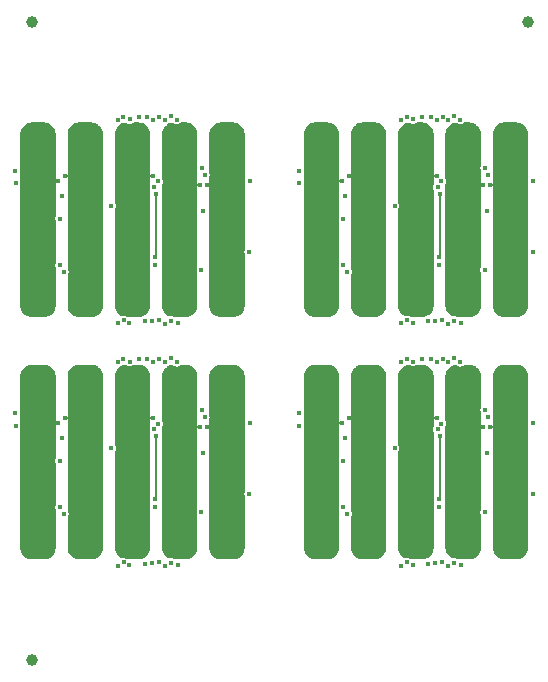
<source format=gbr>
%TF.GenerationSoftware,KiCad,Pcbnew,7.0.2-6a45011f42~172~ubuntu22.04.1*%
%TF.CreationDate,2023-05-19T13:44:39+01:00*%
%TF.ProjectId,panel,70616e65-6c2e-46b6-9963-61645f706362,rev?*%
%TF.SameCoordinates,Original*%
%TF.FileFunction,Copper,L4,Bot*%
%TF.FilePolarity,Positive*%
%FSLAX46Y46*%
G04 Gerber Fmt 4.6, Leading zero omitted, Abs format (unit mm)*
G04 Created by KiCad (PCBNEW 7.0.2-6a45011f42~172~ubuntu22.04.1) date 2023-05-19 13:44:39*
%MOMM*%
%LPD*%
G01*
G04 APERTURE LIST*
%TA.AperFunction,SMDPad,CuDef*%
%ADD10C,1.000000*%
%TD*%
%TA.AperFunction,ViaPad*%
%ADD11C,0.400000*%
%TD*%
%TA.AperFunction,Conductor*%
%ADD12C,0.127000*%
%TD*%
G04 APERTURE END LIST*
D10*
%TO.P,REF\u002A\u002A,*%
%TO.N,*%
X9000000Y-3000000D03*
%TD*%
%TO.P,REF\u002A\u002A,*%
%TO.N,*%
X51000002Y-3000000D03*
%TD*%
%TO.P,REF\u002A\u002A,*%
%TO.N,*%
X9000000Y-57000000D03*
%TD*%
D11*
%TO.N,Board_3-SCLK*%
X43250002Y-31760001D03*
X43130002Y-48840001D03*
%TO.N,Board_3-RESETB*%
X35360003Y-40150000D03*
X41250002Y-31750001D03*
X41227587Y-49009992D03*
%TO.N,Board_3-IN_ref*%
X43510002Y-38040001D03*
X43420002Y-43370001D03*
%TO.N,Board_3-IN5*%
X43350002Y-37480001D03*
X35220002Y-36960001D03*
%TO.N,Board_3-IN4*%
X35810002Y-36500001D03*
X43660002Y-36990001D03*
%TO.N,Board_3-IN3*%
X43260002Y-36560001D03*
%TO.N,Board_3-IN2*%
X47210002Y-37300001D03*
%TO.N,Board_3-IN1*%
X47790002Y-37310001D03*
%TO.N,Board_3-I2C_SDA*%
X31600003Y-37160000D03*
X40259932Y-49020245D03*
X40250002Y-31760001D03*
%TO.N,Board_3-I2C_SCL*%
X40740003Y-48750000D03*
X40739429Y-31510002D03*
%TO.N,Board_3-GND*%
X44750002Y-31430001D03*
X31590003Y-36140000D03*
X47510001Y-39500000D03*
X42020003Y-31520000D03*
X43420002Y-44040001D03*
X51380002Y-42960001D03*
X44750002Y-48784597D03*
X35360003Y-44100000D03*
%TO.N,Board_3-D_RDYB*%
X47341893Y-44488892D03*
X35690002Y-44640001D03*
%TO.N,Board_3-DOUT*%
X45250002Y-31760001D03*
X45340002Y-49000001D03*
%TO.N,Board_3-DIN*%
X44240002Y-49060001D03*
X44250002Y-31760001D03*
%TO.N,Board_3-AUX2*%
X43740002Y-48755223D03*
X43750002Y-31520001D03*
X51420002Y-36970001D03*
%TO.N,Board_3-AUX1*%
X42750002Y-31510001D03*
X42530002Y-48850001D03*
X47620002Y-36460001D03*
%TO.N,Board_3-+3.3V*%
X35500003Y-38230000D03*
X47370002Y-35840001D03*
X39692698Y-39068384D03*
%TO.N,Board_2-SCLK*%
X19130001Y-48840001D03*
X19250001Y-31760001D03*
%TO.N,Board_2-RESETB*%
X17227586Y-49009992D03*
X11360002Y-40150000D03*
X17250001Y-31750001D03*
%TO.N,Board_2-IN_ref*%
X19510001Y-38040001D03*
X19420001Y-43370001D03*
%TO.N,Board_2-IN5*%
X19350001Y-37480001D03*
X11220001Y-36960001D03*
%TO.N,Board_2-IN4*%
X11810001Y-36500001D03*
X19660001Y-36990001D03*
%TO.N,Board_2-IN3*%
X19260001Y-36560001D03*
%TO.N,Board_2-IN2*%
X23210001Y-37300001D03*
%TO.N,Board_2-IN1*%
X23790001Y-37310001D03*
%TO.N,Board_2-I2C_SDA*%
X7600002Y-37160000D03*
X16250001Y-31760001D03*
X16259931Y-49020245D03*
%TO.N,Board_2-I2C_SCL*%
X16739428Y-31510002D03*
X16740002Y-48750000D03*
%TO.N,Board_2-GND*%
X19420001Y-44040001D03*
X23510000Y-39500000D03*
X27380001Y-42960001D03*
X18020002Y-31520000D03*
X11360002Y-44100000D03*
X7590002Y-36140000D03*
X20750001Y-31430001D03*
X20750001Y-48784597D03*
%TO.N,Board_2-D_RDYB*%
X11690001Y-44640001D03*
X23341892Y-44488892D03*
%TO.N,Board_2-DOUT*%
X21340001Y-49000001D03*
X21250001Y-31760001D03*
%TO.N,Board_2-DIN*%
X20250001Y-31760001D03*
X20240001Y-49060001D03*
%TO.N,Board_2-AUX2*%
X19750001Y-31520001D03*
X27420001Y-36970001D03*
X19740001Y-48755223D03*
%TO.N,Board_2-AUX1*%
X18530001Y-48850001D03*
X18750001Y-31510001D03*
X23620001Y-36460001D03*
%TO.N,Board_2-+3.3V*%
X15692697Y-39068384D03*
X11500002Y-38230000D03*
X23370001Y-35840001D03*
%TO.N,Board_1-SCLK*%
X43250002Y-11260000D03*
X43130002Y-28340000D03*
%TO.N,Board_1-RESETB*%
X35360003Y-19649999D03*
X41227587Y-28509991D03*
X41250002Y-11250000D03*
%TO.N,Board_1-IN_ref*%
X43510002Y-17540000D03*
X43420002Y-22870000D03*
%TO.N,Board_1-IN5*%
X35220002Y-16460000D03*
X43350002Y-16980000D03*
%TO.N,Board_1-IN4*%
X35810002Y-16000000D03*
X43660002Y-16490000D03*
%TO.N,Board_1-IN3*%
X43260002Y-16060000D03*
%TO.N,Board_1-IN2*%
X47210002Y-16800000D03*
%TO.N,Board_1-IN1*%
X47790002Y-16810000D03*
%TO.N,Board_1-I2C_SDA*%
X31600003Y-16659999D03*
X40250002Y-11260000D03*
X40259932Y-28520244D03*
%TO.N,Board_1-I2C_SCL*%
X40739429Y-11010001D03*
X40740003Y-28249999D03*
%TO.N,Board_1-GND*%
X31590003Y-15639999D03*
X47510001Y-18999999D03*
X35360003Y-23599999D03*
X44750002Y-28284596D03*
X42020003Y-11019999D03*
X43420002Y-23540000D03*
X44750002Y-10930000D03*
X51380002Y-22460000D03*
%TO.N,Board_1-D_RDYB*%
X47341893Y-23988891D03*
X35690002Y-24140000D03*
%TO.N,Board_1-DOUT*%
X45340002Y-28500000D03*
X45250002Y-11260000D03*
%TO.N,Board_1-DIN*%
X44240002Y-28560000D03*
X44250002Y-11260000D03*
%TO.N,Board_1-AUX2*%
X43750002Y-11020000D03*
X43740002Y-28255222D03*
X51420002Y-16470000D03*
%TO.N,Board_1-AUX1*%
X47620002Y-15960000D03*
X42530002Y-28350000D03*
X42750002Y-11010000D03*
%TO.N,Board_1-+3.3V*%
X39692698Y-18568383D03*
X35500003Y-17729999D03*
X47370002Y-15340000D03*
%TO.N,Board_0-SCLK*%
X19130001Y-28340000D03*
X19250001Y-11260000D03*
%TO.N,Board_0-RESETB*%
X17250001Y-11250000D03*
X17227586Y-28509991D03*
X11360002Y-19649999D03*
%TO.N,Board_0-IN_ref*%
X19420001Y-22870000D03*
X19510001Y-17540000D03*
%TO.N,Board_0-IN5*%
X11220001Y-16460000D03*
X19350001Y-16980000D03*
%TO.N,Board_0-IN4*%
X19660001Y-16490000D03*
X11810001Y-16000000D03*
%TO.N,Board_0-IN3*%
X19260001Y-16060000D03*
%TO.N,Board_0-IN2*%
X23210001Y-16800000D03*
%TO.N,Board_0-IN1*%
X23790001Y-16810000D03*
%TO.N,Board_0-I2C_SDA*%
X16259931Y-28520244D03*
X7600002Y-16659999D03*
X16250001Y-11260000D03*
%TO.N,Board_0-I2C_SCL*%
X16739428Y-11010001D03*
X16740002Y-28249999D03*
%TO.N,Board_0-GND*%
X7590002Y-15639999D03*
X18020002Y-11019999D03*
X20750001Y-28284596D03*
X11360002Y-23599999D03*
X20750001Y-10930000D03*
X23510000Y-18999999D03*
X27380001Y-22460000D03*
X19420001Y-23540000D03*
%TO.N,Board_0-D_RDYB*%
X11690001Y-24140000D03*
X23341892Y-23988891D03*
%TO.N,Board_0-DOUT*%
X21340001Y-28500000D03*
X21250001Y-11260000D03*
%TO.N,Board_0-DIN*%
X20240001Y-28560000D03*
X20250001Y-11260000D03*
%TO.N,Board_0-AUX2*%
X27420001Y-16470000D03*
X19750001Y-11020000D03*
X19740001Y-28255222D03*
%TO.N,Board_0-AUX1*%
X18530001Y-28350000D03*
X23620001Y-15960000D03*
X18750001Y-11010000D03*
%TO.N,Board_0-+3.3V*%
X23370001Y-15340000D03*
X11500002Y-17729999D03*
X15692697Y-18568383D03*
%TD*%
D12*
%TO.N,Board_3-IN_ref*%
X43510002Y-43280001D02*
X43510002Y-38040001D01*
X43420002Y-43370001D02*
X43510002Y-43280001D01*
%TO.N,Board_3-IN5*%
X35220002Y-36960001D02*
X34860002Y-36960001D01*
%TO.N,Board_3-IN4*%
X35810002Y-36500001D02*
X36140002Y-36500001D01*
%TO.N,Board_3-IN3*%
X43260002Y-36560001D02*
X42840002Y-36560001D01*
%TO.N,Board_3-IN2*%
X47210002Y-37300001D02*
X46880002Y-37300001D01*
%TO.N,Board_3-IN1*%
X47790002Y-37310001D02*
X48120002Y-37310001D01*
%TO.N,Board_2-IN_ref*%
X19510001Y-43280001D02*
X19510001Y-38040001D01*
X19420001Y-43370001D02*
X19510001Y-43280001D01*
%TO.N,Board_2-IN5*%
X11220001Y-36960001D02*
X10860001Y-36960001D01*
%TO.N,Board_2-IN4*%
X11810001Y-36500001D02*
X12140001Y-36500001D01*
%TO.N,Board_2-IN3*%
X19260001Y-36560001D02*
X18840001Y-36560001D01*
%TO.N,Board_2-IN2*%
X23210001Y-37300001D02*
X22880001Y-37300001D01*
%TO.N,Board_2-IN1*%
X23790001Y-37310001D02*
X24120001Y-37310001D01*
%TO.N,Board_1-IN_ref*%
X43420002Y-22870000D02*
X43510002Y-22780000D01*
X43510002Y-22780000D02*
X43510002Y-17540000D01*
%TO.N,Board_1-IN5*%
X35220002Y-16460000D02*
X34860002Y-16460000D01*
%TO.N,Board_1-IN4*%
X35810002Y-16000000D02*
X36140002Y-16000000D01*
%TO.N,Board_1-IN3*%
X43260002Y-16060000D02*
X42840002Y-16060000D01*
%TO.N,Board_1-IN2*%
X47210002Y-16800000D02*
X46880002Y-16800000D01*
%TO.N,Board_1-IN1*%
X47790002Y-16810000D02*
X48120002Y-16810000D01*
%TO.N,Board_0-IN_ref*%
X19420001Y-22870000D02*
X19510001Y-22780000D01*
X19510001Y-22780000D02*
X19510001Y-17540000D01*
%TO.N,Board_0-IN5*%
X11220001Y-16460000D02*
X10860001Y-16460000D01*
%TO.N,Board_0-IN4*%
X11810001Y-16000000D02*
X12140001Y-16000000D01*
%TO.N,Board_0-IN3*%
X19260001Y-16060000D02*
X18840001Y-16060000D01*
%TO.N,Board_0-IN2*%
X23210001Y-16800000D02*
X22880001Y-16800000D01*
%TO.N,Board_0-IN1*%
X23790001Y-16810000D02*
X24120001Y-16810000D01*
%TD*%
%TA.AperFunction,Conductor*%
%TO.N,Board_0-IN4*%
G36*
X14006163Y-11500606D02*
G01*
X14182741Y-11517998D01*
X14206960Y-11522815D01*
X14370816Y-11572520D01*
X14393623Y-11581967D01*
X14519154Y-11649064D01*
X14544628Y-11662681D01*
X14565166Y-11676404D01*
X14697515Y-11785020D01*
X14714980Y-11802485D01*
X14823596Y-11934834D01*
X14837319Y-11955372D01*
X14918030Y-12106370D01*
X14927483Y-12129191D01*
X14977184Y-12293037D01*
X14982002Y-12317261D01*
X14999394Y-12493836D01*
X15000001Y-12506187D01*
X15000001Y-26993812D01*
X14999394Y-27006163D01*
X14982002Y-27182738D01*
X14977184Y-27206962D01*
X14927483Y-27370808D01*
X14918030Y-27393629D01*
X14837319Y-27544627D01*
X14823596Y-27565165D01*
X14714980Y-27697514D01*
X14697515Y-27714979D01*
X14565166Y-27823595D01*
X14544628Y-27837318D01*
X14393630Y-27918029D01*
X14370809Y-27927482D01*
X14206963Y-27977183D01*
X14182739Y-27982001D01*
X14034274Y-27996624D01*
X14006162Y-27999393D01*
X13993814Y-28000000D01*
X13006188Y-28000000D01*
X12993839Y-27999393D01*
X12961096Y-27996168D01*
X12817262Y-27982001D01*
X12793038Y-27977183D01*
X12629192Y-27927482D01*
X12606373Y-27918030D01*
X12558012Y-27892180D01*
X12455373Y-27837318D01*
X12434835Y-27823595D01*
X12302486Y-27714979D01*
X12285021Y-27697514D01*
X12176405Y-27565165D01*
X12162682Y-27544627D01*
X12149065Y-27519153D01*
X12081968Y-27393622D01*
X12072521Y-27370815D01*
X12022816Y-27206959D01*
X12017999Y-27182738D01*
X12000605Y-27006142D01*
X12000001Y-26993832D01*
X12000001Y-24444014D01*
X12013733Y-24386816D01*
X12018051Y-24378342D01*
X12075647Y-24265304D01*
X12095493Y-24140000D01*
X12075647Y-24014696D01*
X12018051Y-23901658D01*
X12013733Y-23893183D01*
X12000001Y-23835984D01*
X12000001Y-12506166D01*
X12000605Y-12493858D01*
X12018000Y-12317255D01*
X12022815Y-12293042D01*
X12072522Y-12129181D01*
X12081966Y-12106380D01*
X12162683Y-11955369D01*
X12176399Y-11934842D01*
X12285026Y-11802479D01*
X12302480Y-11785025D01*
X12434843Y-11676398D01*
X12455370Y-11662682D01*
X12606381Y-11581965D01*
X12629182Y-11572521D01*
X12793043Y-11522814D01*
X12817258Y-11517998D01*
X12993838Y-11500606D01*
X13006188Y-11500000D01*
X13993814Y-11500000D01*
X14006163Y-11500606D01*
G37*
%TD.AperFunction*%
%TD*%
%TA.AperFunction,Conductor*%
%TO.N,Board_0-IN5*%
G36*
X10006163Y-11500606D02*
G01*
X10182741Y-11517998D01*
X10206960Y-11522815D01*
X10370816Y-11572520D01*
X10393623Y-11581967D01*
X10519154Y-11649064D01*
X10544628Y-11662681D01*
X10565166Y-11676404D01*
X10697515Y-11785020D01*
X10714980Y-11802485D01*
X10823596Y-11934834D01*
X10837319Y-11955372D01*
X10918030Y-12106370D01*
X10927483Y-12129191D01*
X10977184Y-12293037D01*
X10982002Y-12317261D01*
X10999394Y-12493836D01*
X11000001Y-12506187D01*
X11000001Y-19444113D01*
X10986268Y-19501315D01*
X10974356Y-19524693D01*
X10954509Y-19649999D01*
X10974355Y-19775302D01*
X10974356Y-19775303D01*
X10986267Y-19798680D01*
X11000001Y-19855883D01*
X11000001Y-23394113D01*
X10986268Y-23451315D01*
X10974356Y-23474693D01*
X10954509Y-23599999D01*
X10974355Y-23725302D01*
X10974356Y-23725303D01*
X10986267Y-23748680D01*
X11000001Y-23805883D01*
X11000001Y-26993812D01*
X10999394Y-27006163D01*
X10982002Y-27182738D01*
X10977184Y-27206962D01*
X10927483Y-27370808D01*
X10918030Y-27393629D01*
X10837319Y-27544627D01*
X10823596Y-27565165D01*
X10714980Y-27697514D01*
X10697515Y-27714979D01*
X10565166Y-27823595D01*
X10544628Y-27837318D01*
X10393630Y-27918029D01*
X10370809Y-27927482D01*
X10206963Y-27977183D01*
X10182739Y-27982001D01*
X10034274Y-27996624D01*
X10006162Y-27999393D01*
X9993814Y-28000000D01*
X9006188Y-28000000D01*
X8993839Y-27999393D01*
X8961096Y-27996168D01*
X8817262Y-27982001D01*
X8793038Y-27977183D01*
X8629192Y-27927482D01*
X8606373Y-27918030D01*
X8558012Y-27892180D01*
X8455373Y-27837318D01*
X8434835Y-27823595D01*
X8302486Y-27714979D01*
X8285021Y-27697514D01*
X8176405Y-27565165D01*
X8162682Y-27544627D01*
X8149065Y-27519153D01*
X8081968Y-27393622D01*
X8072521Y-27370815D01*
X8022816Y-27206959D01*
X8017999Y-27182738D01*
X8000605Y-27006142D01*
X8000001Y-26993832D01*
X8000001Y-16704585D01*
X8001551Y-16684892D01*
X8005494Y-16659999D01*
X8001551Y-16635109D01*
X8000001Y-16615399D01*
X8000001Y-12506187D01*
X8000608Y-12493837D01*
X8017999Y-12317262D01*
X8018000Y-12317261D01*
X8017999Y-12317257D01*
X8022815Y-12293042D01*
X8072522Y-12129181D01*
X8081966Y-12106380D01*
X8162683Y-11955369D01*
X8176399Y-11934842D01*
X8285026Y-11802479D01*
X8302480Y-11785025D01*
X8434843Y-11676398D01*
X8455370Y-11662682D01*
X8606381Y-11581965D01*
X8629182Y-11572521D01*
X8793043Y-11522814D01*
X8817258Y-11517998D01*
X8993838Y-11500606D01*
X9006188Y-11500000D01*
X9993814Y-11500000D01*
X10006163Y-11500606D01*
G37*
%TD.AperFunction*%
%TD*%
%TA.AperFunction,Conductor*%
%TO.N,Board_2-IN1*%
G36*
X26006163Y-32000607D02*
G01*
X26182741Y-32017999D01*
X26206960Y-32022816D01*
X26370816Y-32072521D01*
X26393623Y-32081968D01*
X26519154Y-32149065D01*
X26544628Y-32162682D01*
X26565166Y-32176405D01*
X26697515Y-32285021D01*
X26714980Y-32302486D01*
X26823596Y-32434835D01*
X26837319Y-32455373D01*
X26918030Y-32606371D01*
X26927483Y-32629192D01*
X26977184Y-32793038D01*
X26982002Y-32817262D01*
X26999394Y-32993837D01*
X27000001Y-33006188D01*
X27000001Y-42793366D01*
X26994908Y-42814580D01*
X26997477Y-42814987D01*
X26974508Y-42960001D01*
X26997477Y-43105017D01*
X26994906Y-43105424D01*
X27000001Y-43126637D01*
X27000001Y-47493813D01*
X26999394Y-47506164D01*
X26982002Y-47682739D01*
X26977184Y-47706963D01*
X26927483Y-47870809D01*
X26918030Y-47893630D01*
X26837319Y-48044628D01*
X26823596Y-48065166D01*
X26714980Y-48197515D01*
X26697515Y-48214980D01*
X26565166Y-48323596D01*
X26544628Y-48337319D01*
X26393630Y-48418030D01*
X26370809Y-48427483D01*
X26206963Y-48477184D01*
X26182739Y-48482002D01*
X26034274Y-48496625D01*
X26006162Y-48499394D01*
X25993814Y-48500001D01*
X25006188Y-48500001D01*
X24993839Y-48499394D01*
X24961096Y-48496169D01*
X24817262Y-48482002D01*
X24793038Y-48477184D01*
X24629192Y-48427483D01*
X24606373Y-48418031D01*
X24558012Y-48392181D01*
X24455373Y-48337319D01*
X24434835Y-48323596D01*
X24302486Y-48214980D01*
X24285021Y-48197515D01*
X24176405Y-48065166D01*
X24162682Y-48044628D01*
X24149065Y-48019154D01*
X24081968Y-47893623D01*
X24072521Y-47870816D01*
X24022816Y-47706960D01*
X24017999Y-47682738D01*
X24000608Y-47506163D01*
X24000001Y-47493813D01*
X24000001Y-36626637D01*
X24005095Y-36605424D01*
X24002525Y-36605017D01*
X24025493Y-36460001D01*
X24002525Y-36314987D01*
X24005093Y-36314580D01*
X24000001Y-36293366D01*
X24000001Y-33006188D01*
X24000608Y-32993838D01*
X24017999Y-32817263D01*
X24018000Y-32817262D01*
X24017999Y-32817258D01*
X24022815Y-32793043D01*
X24072522Y-32629182D01*
X24081966Y-32606381D01*
X24162683Y-32455370D01*
X24176399Y-32434843D01*
X24285026Y-32302480D01*
X24302480Y-32285026D01*
X24434843Y-32176399D01*
X24455370Y-32162683D01*
X24606381Y-32081966D01*
X24629182Y-32072522D01*
X24793043Y-32022815D01*
X24817258Y-32017999D01*
X24993838Y-32000607D01*
X25006188Y-32000001D01*
X25993814Y-32000001D01*
X26006163Y-32000607D01*
G37*
%TD.AperFunction*%
%TD*%
%TA.AperFunction,Conductor*%
%TO.N,Board_3-IN2*%
G36*
X46006164Y-32000607D02*
G01*
X46182742Y-32017999D01*
X46206961Y-32022816D01*
X46370817Y-32072521D01*
X46393624Y-32081968D01*
X46512757Y-32145646D01*
X46544629Y-32162682D01*
X46565167Y-32176405D01*
X46697516Y-32285021D01*
X46714981Y-32302486D01*
X46823597Y-32434835D01*
X46837320Y-32455373D01*
X46918031Y-32606371D01*
X46927484Y-32629192D01*
X46977185Y-32793038D01*
X46982003Y-32817262D01*
X46999395Y-32993837D01*
X47000002Y-33006188D01*
X47000002Y-35653739D01*
X46986270Y-35710939D01*
X46984356Y-35714694D01*
X46964509Y-35840001D01*
X46981642Y-35948171D01*
X46984356Y-35965305D01*
X46986267Y-35969055D01*
X47000002Y-36026261D01*
X47000002Y-44247463D01*
X46986269Y-44304665D01*
X46956247Y-44363586D01*
X46936400Y-44488892D01*
X46956247Y-44614197D01*
X46986268Y-44673115D01*
X47000002Y-44730319D01*
X47000002Y-47493813D01*
X46999395Y-47506164D01*
X46982003Y-47682739D01*
X46977185Y-47706963D01*
X46927484Y-47870809D01*
X46918031Y-47893630D01*
X46837320Y-48044628D01*
X46823597Y-48065166D01*
X46714981Y-48197515D01*
X46697516Y-48214980D01*
X46565167Y-48323596D01*
X46544629Y-48337319D01*
X46393631Y-48418030D01*
X46370810Y-48427483D01*
X46206964Y-48477184D01*
X46182740Y-48482002D01*
X46034275Y-48496625D01*
X46006163Y-48499394D01*
X45993815Y-48500001D01*
X45083989Y-48500001D01*
X45015868Y-48479999D01*
X44994894Y-48463096D01*
X44988346Y-48456548D01*
X44875306Y-48398951D01*
X44750001Y-48379104D01*
X44624817Y-48398932D01*
X44554405Y-48389832D01*
X44545710Y-48385605D01*
X44455374Y-48337319D01*
X44434836Y-48323596D01*
X44302487Y-48214980D01*
X44285022Y-48197515D01*
X44176406Y-48065166D01*
X44162683Y-48044628D01*
X44149066Y-48019154D01*
X44081969Y-47893623D01*
X44072522Y-47870816D01*
X44022817Y-47706960D01*
X44018000Y-47682738D01*
X44000609Y-47506163D01*
X44000002Y-47493813D01*
X44000002Y-37235138D01*
X44013734Y-37177937D01*
X44045648Y-37115305D01*
X44065494Y-36990001D01*
X44045648Y-36864697D01*
X44045647Y-36864695D01*
X44013735Y-36802063D01*
X44000002Y-36744861D01*
X44000002Y-33006188D01*
X44000609Y-32993838D01*
X44018000Y-32817263D01*
X44018001Y-32817262D01*
X44018000Y-32817258D01*
X44022816Y-32793043D01*
X44072523Y-32629182D01*
X44081967Y-32606381D01*
X44162684Y-32455370D01*
X44176400Y-32434843D01*
X44285027Y-32302480D01*
X44302481Y-32285026D01*
X44434844Y-32176399D01*
X44455371Y-32162683D01*
X44606382Y-32081966D01*
X44629183Y-32072522D01*
X44793044Y-32022815D01*
X44817257Y-32018000D01*
X44871154Y-32012691D01*
X44940905Y-32025919D01*
X44972595Y-32048986D01*
X45011660Y-32088051D01*
X45124698Y-32145647D01*
X45250002Y-32165493D01*
X45375306Y-32145647D01*
X45488344Y-32088051D01*
X45539490Y-32036904D01*
X45601800Y-32002881D01*
X45628584Y-32000001D01*
X45993815Y-32000001D01*
X46006164Y-32000607D01*
G37*
%TD.AperFunction*%
%TD*%
%TA.AperFunction,Conductor*%
%TO.N,Board_3-IN3*%
G36*
X42006164Y-32000607D02*
G01*
X42182742Y-32017999D01*
X42206961Y-32022816D01*
X42370817Y-32072521D01*
X42393624Y-32081968D01*
X42519155Y-32149065D01*
X42544629Y-32162682D01*
X42565167Y-32176405D01*
X42697516Y-32285021D01*
X42714981Y-32302486D01*
X42823597Y-32434835D01*
X42837320Y-32455373D01*
X42918031Y-32606371D01*
X42927484Y-32629192D01*
X42977185Y-32793038D01*
X42982003Y-32817262D01*
X42999395Y-32993837D01*
X43000002Y-33006188D01*
X43000002Y-37254487D01*
X42986269Y-37311689D01*
X42964356Y-37354695D01*
X42944509Y-37480001D01*
X42964356Y-37605306D01*
X42986268Y-37648309D01*
X43000002Y-37705513D01*
X43000002Y-47493813D01*
X42999395Y-47506164D01*
X42982003Y-47682739D01*
X42977185Y-47706963D01*
X42927484Y-47870809D01*
X42918031Y-47893630D01*
X42837320Y-48044628D01*
X42823597Y-48065166D01*
X42714981Y-48197515D01*
X42697516Y-48214980D01*
X42565167Y-48323596D01*
X42544629Y-48337319D01*
X42393631Y-48418030D01*
X42370810Y-48427483D01*
X42206964Y-48477184D01*
X42182740Y-48482002D01*
X42034275Y-48496625D01*
X42006163Y-48499394D01*
X41993815Y-48500001D01*
X41108586Y-48500001D01*
X41040465Y-48479999D01*
X41019495Y-48463100D01*
X40978345Y-48421950D01*
X40978344Y-48421949D01*
X40865307Y-48364354D01*
X40740003Y-48344507D01*
X40626244Y-48362525D01*
X40614699Y-48364354D01*
X40614698Y-48364354D01*
X40594989Y-48367476D01*
X40594933Y-48367125D01*
X40547838Y-48375967D01*
X40501026Y-48361720D01*
X40455378Y-48337322D01*
X40434846Y-48323604D01*
X40302486Y-48214979D01*
X40285022Y-48197515D01*
X40176406Y-48065166D01*
X40162683Y-48044628D01*
X40149066Y-48019154D01*
X40081969Y-47893623D01*
X40072522Y-47870816D01*
X40022817Y-47706960D01*
X40018000Y-47682738D01*
X40000609Y-47506163D01*
X40000002Y-47493813D01*
X40000002Y-39377692D01*
X40013735Y-39320489D01*
X40020748Y-39306726D01*
X40078344Y-39193688D01*
X40098190Y-39068384D01*
X40078344Y-38943080D01*
X40020748Y-38830042D01*
X40020747Y-38830041D01*
X40013735Y-38816279D01*
X40000002Y-38759076D01*
X40000002Y-33006188D01*
X40000609Y-32993838D01*
X40018000Y-32817263D01*
X40018001Y-32817262D01*
X40018000Y-32817258D01*
X40022816Y-32793043D01*
X40072523Y-32629182D01*
X40081967Y-32606381D01*
X40162684Y-32455370D01*
X40176400Y-32434843D01*
X40285027Y-32302480D01*
X40302481Y-32285026D01*
X40434844Y-32176399D01*
X40455371Y-32162683D01*
X40606382Y-32081966D01*
X40629183Y-32072522D01*
X40793044Y-32022815D01*
X40817255Y-32018000D01*
X40880258Y-32011794D01*
X40950008Y-32025022D01*
X40981702Y-32048093D01*
X41011658Y-32078050D01*
X41011660Y-32078051D01*
X41124698Y-32135647D01*
X41250002Y-32155493D01*
X41375306Y-32135647D01*
X41488344Y-32078051D01*
X41529490Y-32036904D01*
X41591800Y-32002881D01*
X41618584Y-32000001D01*
X41993815Y-32000001D01*
X42006164Y-32000607D01*
G37*
%TD.AperFunction*%
%TD*%
%TA.AperFunction,Conductor*%
%TO.N,Board_2-IN3*%
G36*
X18006163Y-32000607D02*
G01*
X18182741Y-32017999D01*
X18206960Y-32022816D01*
X18370816Y-32072521D01*
X18393623Y-32081968D01*
X18519154Y-32149065D01*
X18544628Y-32162682D01*
X18565166Y-32176405D01*
X18697515Y-32285021D01*
X18714980Y-32302486D01*
X18823596Y-32434835D01*
X18837319Y-32455373D01*
X18918030Y-32606371D01*
X18927483Y-32629192D01*
X18977184Y-32793038D01*
X18982002Y-32817262D01*
X18999394Y-32993837D01*
X19000001Y-33006188D01*
X19000001Y-37254487D01*
X18986268Y-37311689D01*
X18964355Y-37354695D01*
X18944508Y-37480001D01*
X18964355Y-37605306D01*
X18986267Y-37648309D01*
X19000001Y-37705513D01*
X19000001Y-47493813D01*
X18999394Y-47506164D01*
X18982002Y-47682739D01*
X18977184Y-47706963D01*
X18927483Y-47870809D01*
X18918030Y-47893630D01*
X18837319Y-48044628D01*
X18823596Y-48065166D01*
X18714980Y-48197515D01*
X18697515Y-48214980D01*
X18565166Y-48323596D01*
X18544628Y-48337319D01*
X18393630Y-48418030D01*
X18370809Y-48427483D01*
X18206963Y-48477184D01*
X18182739Y-48482002D01*
X18034274Y-48496625D01*
X18006162Y-48499394D01*
X17993814Y-48500001D01*
X17108585Y-48500001D01*
X17040464Y-48479999D01*
X17019494Y-48463100D01*
X16978344Y-48421950D01*
X16978343Y-48421949D01*
X16865306Y-48364354D01*
X16740002Y-48344507D01*
X16626243Y-48362525D01*
X16614698Y-48364354D01*
X16614697Y-48364354D01*
X16594988Y-48367476D01*
X16594932Y-48367125D01*
X16547837Y-48375967D01*
X16501025Y-48361720D01*
X16455377Y-48337322D01*
X16434845Y-48323604D01*
X16302485Y-48214979D01*
X16285021Y-48197515D01*
X16176405Y-48065166D01*
X16162682Y-48044628D01*
X16149065Y-48019154D01*
X16081968Y-47893623D01*
X16072521Y-47870816D01*
X16022816Y-47706960D01*
X16017999Y-47682738D01*
X16000608Y-47506163D01*
X16000001Y-47493813D01*
X16000001Y-39377692D01*
X16013734Y-39320489D01*
X16020747Y-39306726D01*
X16078343Y-39193688D01*
X16098189Y-39068384D01*
X16078343Y-38943080D01*
X16020747Y-38830042D01*
X16020746Y-38830041D01*
X16013734Y-38816279D01*
X16000001Y-38759076D01*
X16000001Y-33006188D01*
X16000608Y-32993838D01*
X16017999Y-32817263D01*
X16018000Y-32817262D01*
X16017999Y-32817258D01*
X16022815Y-32793043D01*
X16072522Y-32629182D01*
X16081966Y-32606381D01*
X16162683Y-32455370D01*
X16176399Y-32434843D01*
X16285026Y-32302480D01*
X16302480Y-32285026D01*
X16434843Y-32176399D01*
X16455370Y-32162683D01*
X16606381Y-32081966D01*
X16629182Y-32072522D01*
X16793043Y-32022815D01*
X16817254Y-32018000D01*
X16880257Y-32011794D01*
X16950007Y-32025022D01*
X16981701Y-32048093D01*
X17011657Y-32078050D01*
X17011659Y-32078051D01*
X17124697Y-32135647D01*
X17250001Y-32155493D01*
X17375305Y-32135647D01*
X17488343Y-32078051D01*
X17529489Y-32036904D01*
X17591799Y-32002881D01*
X17618583Y-32000001D01*
X17993814Y-32000001D01*
X18006163Y-32000607D01*
G37*
%TD.AperFunction*%
%TD*%
%TA.AperFunction,Conductor*%
%TO.N,Board_0-IN3*%
G36*
X18006163Y-11500606D02*
G01*
X18182741Y-11517998D01*
X18206960Y-11522815D01*
X18370816Y-11572520D01*
X18393623Y-11581967D01*
X18519154Y-11649064D01*
X18544628Y-11662681D01*
X18565166Y-11676404D01*
X18697515Y-11785020D01*
X18714980Y-11802485D01*
X18823596Y-11934834D01*
X18837319Y-11955372D01*
X18918030Y-12106370D01*
X18927483Y-12129191D01*
X18977184Y-12293037D01*
X18982002Y-12317261D01*
X18999394Y-12493836D01*
X19000001Y-12506187D01*
X19000001Y-16754486D01*
X18986268Y-16811688D01*
X18964355Y-16854694D01*
X18944508Y-16980000D01*
X18964355Y-17105305D01*
X18986267Y-17148308D01*
X19000001Y-17205512D01*
X19000001Y-26993812D01*
X18999394Y-27006163D01*
X18982002Y-27182738D01*
X18977184Y-27206962D01*
X18927483Y-27370808D01*
X18918030Y-27393629D01*
X18837319Y-27544627D01*
X18823596Y-27565165D01*
X18714980Y-27697514D01*
X18697515Y-27714979D01*
X18565166Y-27823595D01*
X18544628Y-27837318D01*
X18393630Y-27918029D01*
X18370809Y-27927482D01*
X18206963Y-27977183D01*
X18182739Y-27982001D01*
X18034274Y-27996624D01*
X18006162Y-27999393D01*
X17993814Y-28000000D01*
X17108585Y-28000000D01*
X17040464Y-27979998D01*
X17019494Y-27963099D01*
X16978344Y-27921949D01*
X16978343Y-27921948D01*
X16865306Y-27864353D01*
X16740002Y-27844506D01*
X16626243Y-27862524D01*
X16614698Y-27864353D01*
X16614697Y-27864353D01*
X16594988Y-27867475D01*
X16594932Y-27867124D01*
X16547837Y-27875966D01*
X16501025Y-27861719D01*
X16455377Y-27837321D01*
X16434845Y-27823603D01*
X16302485Y-27714978D01*
X16285021Y-27697514D01*
X16176405Y-27565165D01*
X16162682Y-27544627D01*
X16149065Y-27519153D01*
X16081968Y-27393622D01*
X16072521Y-27370815D01*
X16022816Y-27206959D01*
X16017999Y-27182737D01*
X16000608Y-27006162D01*
X16000001Y-26993812D01*
X16000001Y-18877691D01*
X16013734Y-18820488D01*
X16020747Y-18806725D01*
X16078343Y-18693687D01*
X16098189Y-18568383D01*
X16078343Y-18443079D01*
X16020747Y-18330041D01*
X16020746Y-18330040D01*
X16013734Y-18316278D01*
X16000001Y-18259075D01*
X16000001Y-12506187D01*
X16000608Y-12493837D01*
X16017999Y-12317262D01*
X16018000Y-12317261D01*
X16017999Y-12317257D01*
X16022815Y-12293042D01*
X16072522Y-12129181D01*
X16081966Y-12106380D01*
X16162683Y-11955369D01*
X16176399Y-11934842D01*
X16285026Y-11802479D01*
X16302480Y-11785025D01*
X16434843Y-11676398D01*
X16455370Y-11662682D01*
X16606381Y-11581965D01*
X16629182Y-11572521D01*
X16793043Y-11522814D01*
X16817254Y-11517999D01*
X16880257Y-11511793D01*
X16950007Y-11525021D01*
X16981701Y-11548092D01*
X17011657Y-11578049D01*
X17011659Y-11578050D01*
X17124697Y-11635646D01*
X17250001Y-11655492D01*
X17375305Y-11635646D01*
X17488343Y-11578050D01*
X17529489Y-11536903D01*
X17591799Y-11502880D01*
X17618583Y-11500000D01*
X17993814Y-11500000D01*
X18006163Y-11500606D01*
G37*
%TD.AperFunction*%
%TD*%
%TA.AperFunction,Conductor*%
%TO.N,Board_0-IN2*%
G36*
X22006163Y-11500606D02*
G01*
X22182741Y-11517998D01*
X22206960Y-11522815D01*
X22370816Y-11572520D01*
X22393623Y-11581967D01*
X22512756Y-11645645D01*
X22544628Y-11662681D01*
X22565166Y-11676404D01*
X22697515Y-11785020D01*
X22714980Y-11802485D01*
X22823596Y-11934834D01*
X22837319Y-11955372D01*
X22918030Y-12106370D01*
X22927483Y-12129191D01*
X22977184Y-12293037D01*
X22982002Y-12317261D01*
X22999394Y-12493836D01*
X23000001Y-12506187D01*
X23000000Y-15153738D01*
X22986270Y-15210934D01*
X22984356Y-15214690D01*
X22964508Y-15340000D01*
X22981641Y-15448170D01*
X22984355Y-15465304D01*
X22986266Y-15469054D01*
X23000001Y-15526260D01*
X23000001Y-23747462D01*
X22986268Y-23804664D01*
X22956246Y-23863585D01*
X22936399Y-23988891D01*
X22956246Y-24114196D01*
X22986267Y-24173114D01*
X23000001Y-24230318D01*
X23000001Y-26993812D01*
X22999394Y-27006163D01*
X22982002Y-27182738D01*
X22977184Y-27206962D01*
X22927483Y-27370808D01*
X22918030Y-27393629D01*
X22837319Y-27544627D01*
X22823596Y-27565165D01*
X22714980Y-27697514D01*
X22697515Y-27714979D01*
X22565166Y-27823595D01*
X22544628Y-27837318D01*
X22393630Y-27918029D01*
X22370809Y-27927482D01*
X22206963Y-27977183D01*
X22182739Y-27982001D01*
X22034274Y-27996624D01*
X22006162Y-27999393D01*
X21993814Y-28000000D01*
X21083988Y-28000000D01*
X21015867Y-27979998D01*
X20994893Y-27963095D01*
X20988345Y-27956547D01*
X20875305Y-27898950D01*
X20750000Y-27879103D01*
X20624816Y-27898931D01*
X20554404Y-27889831D01*
X20545709Y-27885604D01*
X20455373Y-27837318D01*
X20434835Y-27823595D01*
X20302486Y-27714979D01*
X20285021Y-27697514D01*
X20176405Y-27565165D01*
X20162682Y-27544627D01*
X20149065Y-27519153D01*
X20081968Y-27393622D01*
X20072521Y-27370815D01*
X20022816Y-27206959D01*
X20017999Y-27182737D01*
X20000608Y-27006162D01*
X20000001Y-26993812D01*
X20000001Y-16735137D01*
X20013733Y-16677936D01*
X20045647Y-16615304D01*
X20065493Y-16490000D01*
X20045647Y-16364696D01*
X20045646Y-16364694D01*
X20013734Y-16302062D01*
X20000001Y-16244860D01*
X20000001Y-12506187D01*
X20000608Y-12493837D01*
X20017999Y-12317262D01*
X20018000Y-12317261D01*
X20017999Y-12317257D01*
X20022815Y-12293042D01*
X20072522Y-12129181D01*
X20081966Y-12106380D01*
X20162683Y-11955369D01*
X20176399Y-11934842D01*
X20285026Y-11802479D01*
X20302480Y-11785025D01*
X20434843Y-11676398D01*
X20455370Y-11662682D01*
X20606381Y-11581965D01*
X20629182Y-11572521D01*
X20793043Y-11522814D01*
X20817256Y-11517999D01*
X20871153Y-11512690D01*
X20940904Y-11525918D01*
X20972594Y-11548985D01*
X21011659Y-11588050D01*
X21124697Y-11645646D01*
X21250001Y-11665492D01*
X21375305Y-11645646D01*
X21488343Y-11588050D01*
X21539489Y-11536903D01*
X21601799Y-11502880D01*
X21628583Y-11500000D01*
X21993814Y-11500000D01*
X22006163Y-11500606D01*
G37*
%TD.AperFunction*%
%TD*%
%TA.AperFunction,Conductor*%
%TO.N,Board_1-IN5*%
G36*
X34006164Y-11500606D02*
G01*
X34182742Y-11517998D01*
X34206961Y-11522815D01*
X34370817Y-11572520D01*
X34393624Y-11581967D01*
X34519155Y-11649064D01*
X34544629Y-11662681D01*
X34565167Y-11676404D01*
X34697516Y-11785020D01*
X34714981Y-11802485D01*
X34823597Y-11934834D01*
X34837320Y-11955372D01*
X34918031Y-12106370D01*
X34927484Y-12129191D01*
X34977185Y-12293037D01*
X34982003Y-12317261D01*
X34999395Y-12493836D01*
X35000002Y-12506187D01*
X35000002Y-19444113D01*
X34986269Y-19501315D01*
X34974357Y-19524693D01*
X34954510Y-19649999D01*
X34974356Y-19775302D01*
X34974357Y-19775303D01*
X34986268Y-19798680D01*
X35000002Y-19855883D01*
X35000002Y-23394113D01*
X34986269Y-23451315D01*
X34974357Y-23474693D01*
X34954510Y-23599999D01*
X34974356Y-23725302D01*
X34974357Y-23725303D01*
X34986268Y-23748680D01*
X35000002Y-23805883D01*
X35000002Y-26993812D01*
X34999395Y-27006163D01*
X34982003Y-27182738D01*
X34977185Y-27206962D01*
X34927484Y-27370808D01*
X34918031Y-27393629D01*
X34837320Y-27544627D01*
X34823597Y-27565165D01*
X34714981Y-27697514D01*
X34697516Y-27714979D01*
X34565167Y-27823595D01*
X34544629Y-27837318D01*
X34393631Y-27918029D01*
X34370810Y-27927482D01*
X34206964Y-27977183D01*
X34182740Y-27982001D01*
X34034275Y-27996624D01*
X34006163Y-27999393D01*
X33993815Y-28000000D01*
X33006189Y-28000000D01*
X32993840Y-27999393D01*
X32961097Y-27996168D01*
X32817263Y-27982001D01*
X32793039Y-27977183D01*
X32629193Y-27927482D01*
X32606374Y-27918030D01*
X32558013Y-27892180D01*
X32455374Y-27837318D01*
X32434836Y-27823595D01*
X32302487Y-27714979D01*
X32285022Y-27697514D01*
X32176406Y-27565165D01*
X32162683Y-27544627D01*
X32149066Y-27519153D01*
X32081969Y-27393622D01*
X32072522Y-27370815D01*
X32022817Y-27206959D01*
X32018000Y-27182737D01*
X32000609Y-27006162D01*
X32000002Y-26993812D01*
X32000002Y-16704598D01*
X32001553Y-16684887D01*
X32005495Y-16659998D01*
X32001553Y-16635110D01*
X32000002Y-16615399D01*
X32000002Y-12506187D01*
X32000609Y-12493837D01*
X32018000Y-12317262D01*
X32018001Y-12317261D01*
X32018000Y-12317257D01*
X32022816Y-12293042D01*
X32072523Y-12129181D01*
X32081967Y-12106380D01*
X32162684Y-11955369D01*
X32176400Y-11934842D01*
X32285027Y-11802479D01*
X32302481Y-11785025D01*
X32434844Y-11676398D01*
X32455371Y-11662682D01*
X32606382Y-11581965D01*
X32629183Y-11572521D01*
X32793044Y-11522814D01*
X32817259Y-11517998D01*
X32993839Y-11500606D01*
X33006189Y-11500000D01*
X33993815Y-11500000D01*
X34006164Y-11500606D01*
G37*
%TD.AperFunction*%
%TD*%
%TA.AperFunction,Conductor*%
%TO.N,Board_0-IN1*%
G36*
X26006163Y-11500606D02*
G01*
X26182741Y-11517998D01*
X26206960Y-11522815D01*
X26370816Y-11572520D01*
X26393623Y-11581967D01*
X26519154Y-11649064D01*
X26544628Y-11662681D01*
X26565166Y-11676404D01*
X26697515Y-11785020D01*
X26714980Y-11802485D01*
X26823596Y-11934834D01*
X26837319Y-11955372D01*
X26918030Y-12106370D01*
X26927483Y-12129191D01*
X26977184Y-12293037D01*
X26982002Y-12317261D01*
X26999394Y-12493836D01*
X27000001Y-12506187D01*
X27000001Y-22293365D01*
X26994908Y-22314579D01*
X26997477Y-22314986D01*
X26974508Y-22460000D01*
X26997477Y-22605016D01*
X26994906Y-22605423D01*
X27000001Y-22626636D01*
X27000001Y-26993812D01*
X26999394Y-27006163D01*
X26982002Y-27182738D01*
X26977184Y-27206962D01*
X26927483Y-27370808D01*
X26918030Y-27393629D01*
X26837319Y-27544627D01*
X26823596Y-27565165D01*
X26714980Y-27697514D01*
X26697515Y-27714979D01*
X26565166Y-27823595D01*
X26544628Y-27837318D01*
X26393630Y-27918029D01*
X26370809Y-27927482D01*
X26206963Y-27977183D01*
X26182739Y-27982001D01*
X26034274Y-27996624D01*
X26006162Y-27999393D01*
X25993814Y-28000000D01*
X25006188Y-28000000D01*
X24993839Y-27999393D01*
X24961096Y-27996168D01*
X24817262Y-27982001D01*
X24793038Y-27977183D01*
X24629192Y-27927482D01*
X24606373Y-27918030D01*
X24558012Y-27892180D01*
X24455373Y-27837318D01*
X24434835Y-27823595D01*
X24302486Y-27714979D01*
X24285021Y-27697514D01*
X24176405Y-27565165D01*
X24162682Y-27544627D01*
X24149065Y-27519153D01*
X24081968Y-27393622D01*
X24072521Y-27370815D01*
X24022816Y-27206959D01*
X24017999Y-27182737D01*
X24000608Y-27006162D01*
X24000001Y-26993812D01*
X24000001Y-16126636D01*
X24005095Y-16105423D01*
X24002525Y-16105016D01*
X24025493Y-15960000D01*
X24002525Y-15814986D01*
X24005093Y-15814579D01*
X24000001Y-15793365D01*
X24000001Y-12506187D01*
X24000608Y-12493837D01*
X24017999Y-12317262D01*
X24018000Y-12317261D01*
X24017999Y-12317257D01*
X24022815Y-12293042D01*
X24072522Y-12129181D01*
X24081966Y-12106380D01*
X24162683Y-11955369D01*
X24176399Y-11934842D01*
X24285026Y-11802479D01*
X24302480Y-11785025D01*
X24434843Y-11676398D01*
X24455370Y-11662682D01*
X24606381Y-11581965D01*
X24629182Y-11572521D01*
X24793043Y-11522814D01*
X24817258Y-11517998D01*
X24993838Y-11500606D01*
X25006188Y-11500000D01*
X25993814Y-11500000D01*
X26006163Y-11500606D01*
G37*
%TD.AperFunction*%
%TD*%
%TA.AperFunction,Conductor*%
%TO.N,Board_2-IN5*%
G36*
X10006163Y-32000607D02*
G01*
X10182741Y-32017999D01*
X10206960Y-32022816D01*
X10370816Y-32072521D01*
X10393623Y-32081968D01*
X10519154Y-32149065D01*
X10544628Y-32162682D01*
X10565166Y-32176405D01*
X10697515Y-32285021D01*
X10714980Y-32302486D01*
X10823596Y-32434835D01*
X10837319Y-32455373D01*
X10918030Y-32606371D01*
X10927483Y-32629192D01*
X10977184Y-32793038D01*
X10982002Y-32817262D01*
X10999394Y-32993837D01*
X11000001Y-33006188D01*
X11000001Y-39944114D01*
X10986268Y-40001316D01*
X10974356Y-40024694D01*
X10954509Y-40150000D01*
X10974355Y-40275303D01*
X10974356Y-40275304D01*
X10986267Y-40298681D01*
X11000001Y-40355884D01*
X11000001Y-43894114D01*
X10986268Y-43951316D01*
X10974356Y-43974694D01*
X10954509Y-44100000D01*
X10974355Y-44225303D01*
X10974356Y-44225304D01*
X10986267Y-44248681D01*
X11000001Y-44305884D01*
X11000001Y-47493813D01*
X10999394Y-47506164D01*
X10982002Y-47682739D01*
X10977184Y-47706963D01*
X10927483Y-47870809D01*
X10918030Y-47893630D01*
X10837319Y-48044628D01*
X10823596Y-48065166D01*
X10714980Y-48197515D01*
X10697515Y-48214980D01*
X10565166Y-48323596D01*
X10544628Y-48337319D01*
X10393630Y-48418030D01*
X10370809Y-48427483D01*
X10206963Y-48477184D01*
X10182739Y-48482002D01*
X10034274Y-48496625D01*
X10006162Y-48499394D01*
X9993814Y-48500001D01*
X9006188Y-48500001D01*
X8993839Y-48499394D01*
X8961096Y-48496169D01*
X8817262Y-48482002D01*
X8793038Y-48477184D01*
X8629192Y-48427483D01*
X8606373Y-48418031D01*
X8558012Y-48392181D01*
X8455373Y-48337319D01*
X8434835Y-48323596D01*
X8302486Y-48214980D01*
X8285021Y-48197515D01*
X8176405Y-48065166D01*
X8162682Y-48044628D01*
X8149065Y-48019154D01*
X8081968Y-47893623D01*
X8072521Y-47870816D01*
X8022816Y-47706960D01*
X8017999Y-47682739D01*
X8000605Y-47506143D01*
X8000001Y-47493833D01*
X8000001Y-37204586D01*
X8001551Y-37184893D01*
X8005494Y-37160000D01*
X8001551Y-37135110D01*
X8000001Y-37115400D01*
X8000001Y-33006188D01*
X8000608Y-32993838D01*
X8017999Y-32817263D01*
X8018000Y-32817262D01*
X8017999Y-32817258D01*
X8022815Y-32793043D01*
X8072522Y-32629182D01*
X8081966Y-32606381D01*
X8162683Y-32455370D01*
X8176399Y-32434843D01*
X8285026Y-32302480D01*
X8302480Y-32285026D01*
X8434843Y-32176399D01*
X8455370Y-32162683D01*
X8606381Y-32081966D01*
X8629182Y-32072522D01*
X8793043Y-32022815D01*
X8817258Y-32017999D01*
X8993838Y-32000607D01*
X9006188Y-32000001D01*
X9993814Y-32000001D01*
X10006163Y-32000607D01*
G37*
%TD.AperFunction*%
%TD*%
%TA.AperFunction,Conductor*%
%TO.N,Board_1-IN3*%
G36*
X42006164Y-11500606D02*
G01*
X42182742Y-11517998D01*
X42206961Y-11522815D01*
X42370817Y-11572520D01*
X42393624Y-11581967D01*
X42519155Y-11649064D01*
X42544629Y-11662681D01*
X42565167Y-11676404D01*
X42697516Y-11785020D01*
X42714981Y-11802485D01*
X42823597Y-11934834D01*
X42837320Y-11955372D01*
X42918031Y-12106370D01*
X42927484Y-12129191D01*
X42977185Y-12293037D01*
X42982003Y-12317261D01*
X42999395Y-12493836D01*
X43000002Y-12506187D01*
X43000002Y-16754486D01*
X42986269Y-16811688D01*
X42964356Y-16854694D01*
X42944509Y-16980000D01*
X42964356Y-17105305D01*
X42986268Y-17148308D01*
X43000002Y-17205512D01*
X43000002Y-26993812D01*
X42999395Y-27006163D01*
X42982003Y-27182738D01*
X42977185Y-27206962D01*
X42927484Y-27370808D01*
X42918031Y-27393629D01*
X42837320Y-27544627D01*
X42823597Y-27565165D01*
X42714981Y-27697514D01*
X42697516Y-27714979D01*
X42565167Y-27823595D01*
X42544629Y-27837318D01*
X42393631Y-27918029D01*
X42370810Y-27927482D01*
X42206964Y-27977183D01*
X42182740Y-27982001D01*
X42034275Y-27996624D01*
X42006163Y-27999393D01*
X41993815Y-28000000D01*
X41108586Y-28000000D01*
X41040465Y-27979998D01*
X41019495Y-27963099D01*
X40978345Y-27921949D01*
X40978344Y-27921948D01*
X40865307Y-27864353D01*
X40740003Y-27844506D01*
X40626244Y-27862524D01*
X40614699Y-27864353D01*
X40614698Y-27864353D01*
X40594989Y-27867475D01*
X40594933Y-27867124D01*
X40547838Y-27875966D01*
X40501026Y-27861719D01*
X40455378Y-27837321D01*
X40434846Y-27823603D01*
X40302486Y-27714978D01*
X40285022Y-27697514D01*
X40176406Y-27565165D01*
X40162683Y-27544627D01*
X40149066Y-27519153D01*
X40081969Y-27393622D01*
X40072522Y-27370815D01*
X40022817Y-27206959D01*
X40018000Y-27182737D01*
X40000609Y-27006162D01*
X40000002Y-26993812D01*
X40000002Y-18877691D01*
X40013735Y-18820488D01*
X40020748Y-18806725D01*
X40078344Y-18693687D01*
X40098190Y-18568383D01*
X40078344Y-18443079D01*
X40020748Y-18330041D01*
X40020747Y-18330040D01*
X40013735Y-18316278D01*
X40000002Y-18259075D01*
X40000002Y-12506187D01*
X40000609Y-12493837D01*
X40018000Y-12317262D01*
X40018001Y-12317261D01*
X40018000Y-12317257D01*
X40022816Y-12293042D01*
X40072523Y-12129181D01*
X40081967Y-12106380D01*
X40162684Y-11955369D01*
X40176400Y-11934842D01*
X40285027Y-11802479D01*
X40302481Y-11785025D01*
X40434844Y-11676398D01*
X40455371Y-11662682D01*
X40606382Y-11581965D01*
X40629183Y-11572521D01*
X40793044Y-11522814D01*
X40817255Y-11517999D01*
X40880258Y-11511793D01*
X40950008Y-11525021D01*
X40981702Y-11548092D01*
X41011658Y-11578049D01*
X41011660Y-11578050D01*
X41124698Y-11635646D01*
X41250002Y-11655492D01*
X41375306Y-11635646D01*
X41488344Y-11578050D01*
X41529490Y-11536903D01*
X41591800Y-11502880D01*
X41618584Y-11500000D01*
X41993815Y-11500000D01*
X42006164Y-11500606D01*
G37*
%TD.AperFunction*%
%TD*%
%TA.AperFunction,Conductor*%
%TO.N,Board_1-IN1*%
G36*
X50006164Y-11500606D02*
G01*
X50182742Y-11517998D01*
X50206961Y-11522815D01*
X50370817Y-11572520D01*
X50393624Y-11581967D01*
X50519155Y-11649064D01*
X50544629Y-11662681D01*
X50565167Y-11676404D01*
X50697516Y-11785020D01*
X50714981Y-11802485D01*
X50823597Y-11934834D01*
X50837320Y-11955372D01*
X50918031Y-12106370D01*
X50927484Y-12129191D01*
X50977185Y-12293037D01*
X50982003Y-12317261D01*
X50999395Y-12493836D01*
X51000002Y-12506187D01*
X51000002Y-22293365D01*
X50994909Y-22314579D01*
X50997478Y-22314986D01*
X50974509Y-22460000D01*
X50997478Y-22605016D01*
X50994907Y-22605423D01*
X51000002Y-22626636D01*
X51000002Y-26993812D01*
X50999395Y-27006163D01*
X50982003Y-27182738D01*
X50977185Y-27206962D01*
X50927484Y-27370808D01*
X50918031Y-27393629D01*
X50837320Y-27544627D01*
X50823597Y-27565165D01*
X50714981Y-27697514D01*
X50697516Y-27714979D01*
X50565167Y-27823595D01*
X50544629Y-27837318D01*
X50393631Y-27918029D01*
X50370810Y-27927482D01*
X50206964Y-27977183D01*
X50182740Y-27982001D01*
X50034275Y-27996624D01*
X50006163Y-27999393D01*
X49993815Y-28000000D01*
X49006189Y-28000000D01*
X48993840Y-27999393D01*
X48961097Y-27996168D01*
X48817263Y-27982001D01*
X48793039Y-27977183D01*
X48629193Y-27927482D01*
X48606374Y-27918030D01*
X48558013Y-27892180D01*
X48455374Y-27837318D01*
X48434836Y-27823595D01*
X48302487Y-27714979D01*
X48285022Y-27697514D01*
X48176406Y-27565165D01*
X48162683Y-27544627D01*
X48149066Y-27519153D01*
X48081969Y-27393622D01*
X48072522Y-27370815D01*
X48022817Y-27206959D01*
X48018000Y-27182737D01*
X48000609Y-27006162D01*
X48000002Y-26993812D01*
X48000002Y-16126636D01*
X48005096Y-16105423D01*
X48002526Y-16105016D01*
X48025494Y-15960000D01*
X48002526Y-15814986D01*
X48005094Y-15814579D01*
X48000002Y-15793365D01*
X48000002Y-15793364D01*
X48000002Y-12506166D01*
X48000606Y-12493858D01*
X48018001Y-12317255D01*
X48022816Y-12293042D01*
X48072523Y-12129181D01*
X48081967Y-12106380D01*
X48162684Y-11955369D01*
X48176400Y-11934842D01*
X48285027Y-11802479D01*
X48302481Y-11785025D01*
X48434844Y-11676398D01*
X48455371Y-11662682D01*
X48606382Y-11581965D01*
X48629183Y-11572521D01*
X48793044Y-11522814D01*
X48817259Y-11517998D01*
X48993839Y-11500606D01*
X49006189Y-11500000D01*
X49993815Y-11500000D01*
X50006164Y-11500606D01*
G37*
%TD.AperFunction*%
%TD*%
%TA.AperFunction,Conductor*%
%TO.N,Board_1-IN2*%
G36*
X46006164Y-11500606D02*
G01*
X46182742Y-11517998D01*
X46206961Y-11522815D01*
X46370817Y-11572520D01*
X46393624Y-11581967D01*
X46512757Y-11645645D01*
X46544629Y-11662681D01*
X46565167Y-11676404D01*
X46697516Y-11785020D01*
X46714981Y-11802485D01*
X46823597Y-11934834D01*
X46837320Y-11955372D01*
X46918031Y-12106370D01*
X46927484Y-12129191D01*
X46977185Y-12293037D01*
X46982003Y-12317261D01*
X46999395Y-12493836D01*
X47000002Y-12506187D01*
X47000002Y-15153738D01*
X46986270Y-15210938D01*
X46984356Y-15214693D01*
X46964509Y-15340000D01*
X46981642Y-15448170D01*
X46984356Y-15465304D01*
X46986267Y-15469054D01*
X47000002Y-15526260D01*
X47000002Y-23747462D01*
X46986269Y-23804664D01*
X46956247Y-23863585D01*
X46936400Y-23988891D01*
X46956247Y-24114196D01*
X46986268Y-24173114D01*
X47000002Y-24230318D01*
X47000002Y-26993812D01*
X46999395Y-27006163D01*
X46982003Y-27182738D01*
X46977185Y-27206962D01*
X46927484Y-27370808D01*
X46918031Y-27393629D01*
X46837320Y-27544627D01*
X46823597Y-27565165D01*
X46714981Y-27697514D01*
X46697516Y-27714979D01*
X46565167Y-27823595D01*
X46544629Y-27837318D01*
X46393631Y-27918029D01*
X46370810Y-27927482D01*
X46206964Y-27977183D01*
X46182740Y-27982001D01*
X46034275Y-27996624D01*
X46006163Y-27999393D01*
X45993815Y-28000000D01*
X45083989Y-28000000D01*
X45015868Y-27979998D01*
X44994894Y-27963095D01*
X44988346Y-27956547D01*
X44875306Y-27898950D01*
X44750001Y-27879103D01*
X44624817Y-27898931D01*
X44554405Y-27889831D01*
X44545710Y-27885604D01*
X44455374Y-27837318D01*
X44434836Y-27823595D01*
X44302487Y-27714979D01*
X44285022Y-27697514D01*
X44176406Y-27565165D01*
X44162683Y-27544627D01*
X44149066Y-27519153D01*
X44081969Y-27393622D01*
X44072522Y-27370815D01*
X44022817Y-27206959D01*
X44018000Y-27182737D01*
X44000609Y-27006162D01*
X44000002Y-26993812D01*
X44000002Y-16735137D01*
X44013734Y-16677936D01*
X44045648Y-16615304D01*
X44065494Y-16490000D01*
X44045648Y-16364696D01*
X44045647Y-16364694D01*
X44013735Y-16302062D01*
X44000002Y-16244860D01*
X44000002Y-12506187D01*
X44000609Y-12493837D01*
X44018000Y-12317262D01*
X44018001Y-12317261D01*
X44018000Y-12317257D01*
X44022816Y-12293042D01*
X44072523Y-12129181D01*
X44081967Y-12106380D01*
X44162684Y-11955369D01*
X44176400Y-11934842D01*
X44285027Y-11802479D01*
X44302481Y-11785025D01*
X44434844Y-11676398D01*
X44455371Y-11662682D01*
X44606382Y-11581965D01*
X44629183Y-11572521D01*
X44793044Y-11522814D01*
X44817257Y-11517999D01*
X44871154Y-11512690D01*
X44940905Y-11525918D01*
X44972595Y-11548985D01*
X45011660Y-11588050D01*
X45124698Y-11645646D01*
X45250002Y-11665492D01*
X45375306Y-11645646D01*
X45488344Y-11588050D01*
X45539490Y-11536903D01*
X45601800Y-11502880D01*
X45628584Y-11500000D01*
X45993815Y-11500000D01*
X46006164Y-11500606D01*
G37*
%TD.AperFunction*%
%TD*%
%TA.AperFunction,Conductor*%
%TO.N,Board_2-IN4*%
G36*
X14006163Y-32000607D02*
G01*
X14182741Y-32017999D01*
X14206960Y-32022816D01*
X14370816Y-32072521D01*
X14393623Y-32081968D01*
X14519154Y-32149065D01*
X14544628Y-32162682D01*
X14565166Y-32176405D01*
X14697515Y-32285021D01*
X14714980Y-32302486D01*
X14823596Y-32434835D01*
X14837319Y-32455373D01*
X14918030Y-32606371D01*
X14927483Y-32629192D01*
X14977184Y-32793038D01*
X14982002Y-32817262D01*
X14999394Y-32993837D01*
X15000001Y-33006188D01*
X15000001Y-47493813D01*
X14999394Y-47506164D01*
X14982002Y-47682739D01*
X14977184Y-47706963D01*
X14927483Y-47870809D01*
X14918030Y-47893630D01*
X14837319Y-48044628D01*
X14823596Y-48065166D01*
X14714980Y-48197515D01*
X14697515Y-48214980D01*
X14565166Y-48323596D01*
X14544628Y-48337319D01*
X14393630Y-48418030D01*
X14370809Y-48427483D01*
X14206963Y-48477184D01*
X14182739Y-48482002D01*
X14034274Y-48496625D01*
X14006162Y-48499394D01*
X13993814Y-48500001D01*
X13006188Y-48500001D01*
X12993839Y-48499394D01*
X12961096Y-48496169D01*
X12817262Y-48482002D01*
X12793038Y-48477184D01*
X12629192Y-48427483D01*
X12606373Y-48418031D01*
X12558012Y-48392181D01*
X12455373Y-48337319D01*
X12434835Y-48323596D01*
X12302486Y-48214980D01*
X12285021Y-48197515D01*
X12176405Y-48065166D01*
X12162682Y-48044628D01*
X12149065Y-48019154D01*
X12081968Y-47893623D01*
X12072521Y-47870816D01*
X12022816Y-47706960D01*
X12017999Y-47682739D01*
X12000605Y-47506143D01*
X12000001Y-47493833D01*
X12000001Y-44944015D01*
X12013733Y-44886817D01*
X12018051Y-44878343D01*
X12075647Y-44765305D01*
X12095493Y-44640001D01*
X12075647Y-44514697D01*
X12018051Y-44401659D01*
X12013733Y-44393184D01*
X12000001Y-44335985D01*
X12000001Y-33006167D01*
X12000605Y-32993859D01*
X12018000Y-32817256D01*
X12022815Y-32793043D01*
X12072522Y-32629182D01*
X12081966Y-32606381D01*
X12162683Y-32455370D01*
X12176399Y-32434843D01*
X12285026Y-32302480D01*
X12302480Y-32285026D01*
X12434843Y-32176399D01*
X12455370Y-32162683D01*
X12606381Y-32081966D01*
X12629182Y-32072522D01*
X12793043Y-32022815D01*
X12817258Y-32017999D01*
X12993838Y-32000607D01*
X13006188Y-32000001D01*
X13993814Y-32000001D01*
X14006163Y-32000607D01*
G37*
%TD.AperFunction*%
%TD*%
%TA.AperFunction,Conductor*%
%TO.N,Board_2-IN2*%
G36*
X22006163Y-32000607D02*
G01*
X22182741Y-32017999D01*
X22206960Y-32022816D01*
X22370816Y-32072521D01*
X22393623Y-32081968D01*
X22512756Y-32145646D01*
X22544628Y-32162682D01*
X22565166Y-32176405D01*
X22697515Y-32285021D01*
X22714980Y-32302486D01*
X22823596Y-32434835D01*
X22837319Y-32455373D01*
X22918030Y-32606371D01*
X22927483Y-32629192D01*
X22977184Y-32793038D01*
X22982002Y-32817262D01*
X22999394Y-32993837D01*
X23000001Y-33006188D01*
X23000000Y-35653739D01*
X22986270Y-35710935D01*
X22984356Y-35714691D01*
X22964508Y-35840001D01*
X22981641Y-35948171D01*
X22984355Y-35965305D01*
X22986266Y-35969055D01*
X23000001Y-36026261D01*
X23000001Y-44247463D01*
X22986268Y-44304665D01*
X22956246Y-44363586D01*
X22936399Y-44488892D01*
X22956246Y-44614197D01*
X22986267Y-44673115D01*
X23000001Y-44730319D01*
X23000001Y-47493813D01*
X22999394Y-47506164D01*
X22982002Y-47682739D01*
X22977184Y-47706963D01*
X22927483Y-47870809D01*
X22918030Y-47893630D01*
X22837319Y-48044628D01*
X22823596Y-48065166D01*
X22714980Y-48197515D01*
X22697515Y-48214980D01*
X22565166Y-48323596D01*
X22544628Y-48337319D01*
X22393630Y-48418030D01*
X22370809Y-48427483D01*
X22206963Y-48477184D01*
X22182739Y-48482002D01*
X22034274Y-48496625D01*
X22006162Y-48499394D01*
X21993814Y-48500001D01*
X21083988Y-48500001D01*
X21015867Y-48479999D01*
X20994893Y-48463096D01*
X20988345Y-48456548D01*
X20875305Y-48398951D01*
X20750000Y-48379104D01*
X20624816Y-48398932D01*
X20554404Y-48389832D01*
X20545709Y-48385605D01*
X20455373Y-48337319D01*
X20434835Y-48323596D01*
X20302486Y-48214980D01*
X20285021Y-48197515D01*
X20176405Y-48065166D01*
X20162682Y-48044628D01*
X20149065Y-48019154D01*
X20081968Y-47893623D01*
X20072521Y-47870816D01*
X20022816Y-47706960D01*
X20017999Y-47682738D01*
X20000608Y-47506163D01*
X20000001Y-47493813D01*
X20000001Y-37235138D01*
X20013733Y-37177937D01*
X20045647Y-37115305D01*
X20065493Y-36990001D01*
X20045647Y-36864697D01*
X20045646Y-36864695D01*
X20013734Y-36802063D01*
X20000001Y-36744861D01*
X20000001Y-33006188D01*
X20000608Y-32993838D01*
X20017999Y-32817263D01*
X20018000Y-32817262D01*
X20017999Y-32817258D01*
X20022815Y-32793043D01*
X20072522Y-32629182D01*
X20081966Y-32606381D01*
X20162683Y-32455370D01*
X20176399Y-32434843D01*
X20285026Y-32302480D01*
X20302480Y-32285026D01*
X20434843Y-32176399D01*
X20455370Y-32162683D01*
X20606381Y-32081966D01*
X20629182Y-32072522D01*
X20793043Y-32022815D01*
X20817256Y-32018000D01*
X20871153Y-32012691D01*
X20940904Y-32025919D01*
X20972594Y-32048986D01*
X21011659Y-32088051D01*
X21124697Y-32145647D01*
X21250001Y-32165493D01*
X21375305Y-32145647D01*
X21488343Y-32088051D01*
X21539489Y-32036904D01*
X21601799Y-32002881D01*
X21628583Y-32000001D01*
X21993814Y-32000001D01*
X22006163Y-32000607D01*
G37*
%TD.AperFunction*%
%TD*%
%TA.AperFunction,Conductor*%
%TO.N,Board_1-IN4*%
G36*
X38006164Y-11500606D02*
G01*
X38182742Y-11517998D01*
X38206961Y-11522815D01*
X38370817Y-11572520D01*
X38393624Y-11581967D01*
X38519155Y-11649064D01*
X38544629Y-11662681D01*
X38565167Y-11676404D01*
X38697516Y-11785020D01*
X38714981Y-11802485D01*
X38823597Y-11934834D01*
X38837320Y-11955372D01*
X38918031Y-12106370D01*
X38927484Y-12129191D01*
X38977185Y-12293037D01*
X38982003Y-12317261D01*
X38999395Y-12493836D01*
X39000002Y-12506187D01*
X39000002Y-26993812D01*
X38999395Y-27006163D01*
X38982003Y-27182738D01*
X38977185Y-27206962D01*
X38927484Y-27370808D01*
X38918031Y-27393629D01*
X38837320Y-27544627D01*
X38823597Y-27565165D01*
X38714981Y-27697514D01*
X38697516Y-27714979D01*
X38565167Y-27823595D01*
X38544629Y-27837318D01*
X38393631Y-27918029D01*
X38370810Y-27927482D01*
X38206964Y-27977183D01*
X38182740Y-27982001D01*
X38034275Y-27996624D01*
X38006163Y-27999393D01*
X37993815Y-28000000D01*
X37006189Y-28000000D01*
X36993840Y-27999393D01*
X36961097Y-27996168D01*
X36817263Y-27982001D01*
X36793039Y-27977183D01*
X36629193Y-27927482D01*
X36606374Y-27918030D01*
X36558013Y-27892180D01*
X36455374Y-27837318D01*
X36434836Y-27823595D01*
X36302487Y-27714979D01*
X36285022Y-27697514D01*
X36176406Y-27565165D01*
X36162683Y-27544627D01*
X36149066Y-27519153D01*
X36081969Y-27393622D01*
X36072522Y-27370815D01*
X36022817Y-27206959D01*
X36018000Y-27182737D01*
X36000609Y-27006162D01*
X36000002Y-26993812D01*
X36000002Y-24444017D01*
X36013735Y-24386814D01*
X36018052Y-24378342D01*
X36075648Y-24265304D01*
X36095494Y-24140000D01*
X36075648Y-24014696D01*
X36031499Y-23928049D01*
X36013735Y-23893184D01*
X36000002Y-23835981D01*
X36000002Y-12506187D01*
X36000609Y-12493837D01*
X36018000Y-12317262D01*
X36018001Y-12317261D01*
X36018000Y-12317257D01*
X36022816Y-12293042D01*
X36072523Y-12129181D01*
X36081967Y-12106380D01*
X36162684Y-11955369D01*
X36176400Y-11934842D01*
X36285027Y-11802479D01*
X36302481Y-11785025D01*
X36434844Y-11676398D01*
X36455371Y-11662682D01*
X36606382Y-11581965D01*
X36629183Y-11572521D01*
X36793044Y-11522814D01*
X36817259Y-11517998D01*
X36993839Y-11500606D01*
X37006189Y-11500000D01*
X37993815Y-11500000D01*
X38006164Y-11500606D01*
G37*
%TD.AperFunction*%
%TD*%
%TA.AperFunction,Conductor*%
%TO.N,Board_3-IN4*%
G36*
X38006164Y-32000607D02*
G01*
X38182742Y-32017999D01*
X38206961Y-32022816D01*
X38370817Y-32072521D01*
X38393624Y-32081968D01*
X38519155Y-32149065D01*
X38544629Y-32162682D01*
X38565167Y-32176405D01*
X38697516Y-32285021D01*
X38714981Y-32302486D01*
X38823597Y-32434835D01*
X38837320Y-32455373D01*
X38918031Y-32606371D01*
X38927484Y-32629192D01*
X38977185Y-32793038D01*
X38982003Y-32817262D01*
X38999395Y-32993837D01*
X39000002Y-33006188D01*
X39000002Y-47493813D01*
X38999395Y-47506164D01*
X38982003Y-47682739D01*
X38977185Y-47706963D01*
X38927484Y-47870809D01*
X38918031Y-47893630D01*
X38837320Y-48044628D01*
X38823597Y-48065166D01*
X38714981Y-48197515D01*
X38697516Y-48214980D01*
X38565167Y-48323596D01*
X38544629Y-48337319D01*
X38393631Y-48418030D01*
X38370810Y-48427483D01*
X38206964Y-48477184D01*
X38182740Y-48482002D01*
X38034275Y-48496625D01*
X38006163Y-48499394D01*
X37993815Y-48500001D01*
X37006189Y-48500001D01*
X36993840Y-48499394D01*
X36961097Y-48496169D01*
X36817263Y-48482002D01*
X36793039Y-48477184D01*
X36629193Y-48427483D01*
X36606374Y-48418031D01*
X36558013Y-48392181D01*
X36455374Y-48337319D01*
X36434836Y-48323596D01*
X36302487Y-48214980D01*
X36285022Y-48197515D01*
X36176406Y-48065166D01*
X36162683Y-48044628D01*
X36149066Y-48019154D01*
X36081969Y-47893623D01*
X36072522Y-47870816D01*
X36022817Y-47706960D01*
X36018000Y-47682738D01*
X36000609Y-47506163D01*
X36000002Y-47493813D01*
X36000002Y-44944018D01*
X36013735Y-44886815D01*
X36018052Y-44878343D01*
X36075648Y-44765305D01*
X36095494Y-44640001D01*
X36075648Y-44514697D01*
X36031499Y-44428050D01*
X36013735Y-44393185D01*
X36000002Y-44335982D01*
X36000002Y-33006188D01*
X36000609Y-32993838D01*
X36018000Y-32817263D01*
X36018001Y-32817262D01*
X36018000Y-32817258D01*
X36022816Y-32793043D01*
X36072523Y-32629182D01*
X36081967Y-32606381D01*
X36162684Y-32455370D01*
X36176400Y-32434843D01*
X36285027Y-32302480D01*
X36302481Y-32285026D01*
X36434844Y-32176399D01*
X36455371Y-32162683D01*
X36606382Y-32081966D01*
X36629183Y-32072522D01*
X36793044Y-32022815D01*
X36817259Y-32017999D01*
X36993839Y-32000607D01*
X37006189Y-32000001D01*
X37993815Y-32000001D01*
X38006164Y-32000607D01*
G37*
%TD.AperFunction*%
%TD*%
%TA.AperFunction,Conductor*%
%TO.N,Board_3-IN5*%
G36*
X34006164Y-32000607D02*
G01*
X34182742Y-32017999D01*
X34206961Y-32022816D01*
X34370817Y-32072521D01*
X34393624Y-32081968D01*
X34519155Y-32149065D01*
X34544629Y-32162682D01*
X34565167Y-32176405D01*
X34697516Y-32285021D01*
X34714981Y-32302486D01*
X34823597Y-32434835D01*
X34837320Y-32455373D01*
X34918031Y-32606371D01*
X34927484Y-32629192D01*
X34977185Y-32793038D01*
X34982003Y-32817262D01*
X34999395Y-32993837D01*
X35000002Y-33006188D01*
X35000002Y-39944114D01*
X34986269Y-40001316D01*
X34974357Y-40024694D01*
X34954510Y-40150000D01*
X34974356Y-40275303D01*
X34974357Y-40275304D01*
X34986268Y-40298681D01*
X35000002Y-40355884D01*
X35000002Y-43894114D01*
X34986269Y-43951316D01*
X34974357Y-43974694D01*
X34954510Y-44100000D01*
X34974356Y-44225303D01*
X34974357Y-44225304D01*
X34986268Y-44248681D01*
X35000002Y-44305884D01*
X35000002Y-47493813D01*
X34999395Y-47506164D01*
X34982003Y-47682739D01*
X34977185Y-47706963D01*
X34927484Y-47870809D01*
X34918031Y-47893630D01*
X34837320Y-48044628D01*
X34823597Y-48065166D01*
X34714981Y-48197515D01*
X34697516Y-48214980D01*
X34565167Y-48323596D01*
X34544629Y-48337319D01*
X34393631Y-48418030D01*
X34370810Y-48427483D01*
X34206964Y-48477184D01*
X34182740Y-48482002D01*
X34034275Y-48496625D01*
X34006163Y-48499394D01*
X33993815Y-48500001D01*
X33006189Y-48500001D01*
X32993840Y-48499394D01*
X32961097Y-48496169D01*
X32817263Y-48482002D01*
X32793039Y-48477184D01*
X32629193Y-48427483D01*
X32606374Y-48418031D01*
X32558013Y-48392181D01*
X32455374Y-48337319D01*
X32434836Y-48323596D01*
X32302487Y-48214980D01*
X32285022Y-48197515D01*
X32176406Y-48065166D01*
X32162683Y-48044628D01*
X32149066Y-48019154D01*
X32081969Y-47893623D01*
X32072522Y-47870816D01*
X32022817Y-47706960D01*
X32018000Y-47682738D01*
X32000609Y-47506163D01*
X32000002Y-47493813D01*
X32000002Y-37204599D01*
X32001553Y-37184888D01*
X32005495Y-37159999D01*
X32001553Y-37135111D01*
X32000002Y-37115400D01*
X32000002Y-33006188D01*
X32000609Y-32993838D01*
X32018000Y-32817263D01*
X32018001Y-32817262D01*
X32018000Y-32817258D01*
X32022816Y-32793043D01*
X32072523Y-32629182D01*
X32081967Y-32606381D01*
X32162684Y-32455370D01*
X32176400Y-32434843D01*
X32285027Y-32302480D01*
X32302481Y-32285026D01*
X32434844Y-32176399D01*
X32455371Y-32162683D01*
X32606382Y-32081966D01*
X32629183Y-32072522D01*
X32793044Y-32022815D01*
X32817259Y-32017999D01*
X32993839Y-32000607D01*
X33006189Y-32000001D01*
X33993815Y-32000001D01*
X34006164Y-32000607D01*
G37*
%TD.AperFunction*%
%TD*%
%TA.AperFunction,Conductor*%
%TO.N,Board_3-IN1*%
G36*
X50006164Y-32000607D02*
G01*
X50182742Y-32017999D01*
X50206961Y-32022816D01*
X50370817Y-32072521D01*
X50393624Y-32081968D01*
X50519155Y-32149065D01*
X50544629Y-32162682D01*
X50565167Y-32176405D01*
X50697516Y-32285021D01*
X50714981Y-32302486D01*
X50823597Y-32434835D01*
X50837320Y-32455373D01*
X50918031Y-32606371D01*
X50927484Y-32629192D01*
X50977185Y-32793038D01*
X50982003Y-32817262D01*
X50999395Y-32993837D01*
X51000002Y-33006188D01*
X51000002Y-42793366D01*
X50994909Y-42814580D01*
X50997478Y-42814987D01*
X50974509Y-42960001D01*
X50997478Y-43105017D01*
X50994907Y-43105424D01*
X51000002Y-43126637D01*
X51000002Y-47493813D01*
X50999395Y-47506164D01*
X50982003Y-47682739D01*
X50977185Y-47706963D01*
X50927484Y-47870809D01*
X50918031Y-47893630D01*
X50837320Y-48044628D01*
X50823597Y-48065166D01*
X50714981Y-48197515D01*
X50697516Y-48214980D01*
X50565167Y-48323596D01*
X50544629Y-48337319D01*
X50393631Y-48418030D01*
X50370810Y-48427483D01*
X50206964Y-48477184D01*
X50182740Y-48482002D01*
X50034275Y-48496625D01*
X50006163Y-48499394D01*
X49993815Y-48500001D01*
X49006189Y-48500001D01*
X48993840Y-48499394D01*
X48961097Y-48496169D01*
X48817263Y-48482002D01*
X48793039Y-48477184D01*
X48629193Y-48427483D01*
X48606374Y-48418031D01*
X48558013Y-48392181D01*
X48455374Y-48337319D01*
X48434836Y-48323596D01*
X48302487Y-48214980D01*
X48285022Y-48197515D01*
X48176406Y-48065166D01*
X48162683Y-48044628D01*
X48149066Y-48019154D01*
X48081969Y-47893623D01*
X48072522Y-47870816D01*
X48022817Y-47706960D01*
X48018000Y-47682738D01*
X48000609Y-47506163D01*
X48000002Y-47493813D01*
X48000002Y-36626637D01*
X48005096Y-36605424D01*
X48002526Y-36605017D01*
X48025494Y-36460001D01*
X48002526Y-36314987D01*
X48005094Y-36314580D01*
X48000002Y-36293366D01*
X48000002Y-33006167D01*
X48000606Y-32993859D01*
X48018001Y-32817256D01*
X48022816Y-32793043D01*
X48072523Y-32629182D01*
X48081967Y-32606381D01*
X48162684Y-32455370D01*
X48176400Y-32434843D01*
X48285027Y-32302480D01*
X48302481Y-32285026D01*
X48434844Y-32176399D01*
X48455371Y-32162683D01*
X48606382Y-32081966D01*
X48629183Y-32072522D01*
X48793044Y-32022815D01*
X48817259Y-32017999D01*
X48993839Y-32000607D01*
X49006189Y-32000001D01*
X49993815Y-32000001D01*
X50006164Y-32000607D01*
G37*
%TD.AperFunction*%
%TD*%
M02*

</source>
